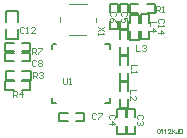
<source format=gbr>
G04 This is an RS-274x file exported by *
G04 gerbv version 2.6.0 *
G04 More information is available about gerbv at *
G04 http://gerbv.gpleda.org/ *
G04 --End of header info--*
%MOIN*%
%FSLAX34Y34*%
%IPPOS*%
G04 --Define apertures--*
%ADD10C,0.0080*%
%ADD11R,0.0315X0.0110*%
%ADD12R,0.0250X0.0200*%
%ADD13R,0.0200X0.0250*%
%ADD14R,0.0110X0.0315*%
%ADD15R,0.0300X0.0300*%
%ADD16R,0.0472X0.0433*%
%ADD17R,0.0984X0.0787*%
%ADD18C,0.0100*%
%ADD19C,0.0050*%
%ADD20C,0.0080*%
%ADD21C,0.0433*%
%ADD22C,0.0200*%
%ADD23O,0.0787X0.0394*%
%ADD24C,0.0043*%
%ADD25C,0.0040*%
%ADD26C,0.0040*%
%ADD27C,0.0040*%
%ADD28C,0.0030*%
G04 --Start main section--*
G54D19*
G01X0000090Y0002780D02*
G01X0000090Y0003060D01*
G01X0000930Y0002780D02*
G01X0000930Y0003060D01*
G01X0000090Y0002780D02*
G01X0000370Y0002780D01*
G01X0000090Y0003060D02*
G01X0000370Y0003060D01*
G01X0000650Y0003060D02*
G01X0000930Y0003060D01*
G01X0000650Y0002780D02*
G01X0000930Y0002780D01*
G01X0003910Y0003520D02*
G01X0004190Y0003520D01*
G01X0003910Y0004360D02*
G01X0004190Y0004360D01*
G01X0004190Y0003520D02*
G01X0004190Y0003800D01*
G01X0003910Y0003520D02*
G01X0003910Y0003800D01*
G01X0003910Y0004080D02*
G01X0003910Y0004360D01*
G01X0004190Y0004080D02*
G01X0004190Y0004360D01*
G01X0004600Y0003180D02*
G01X0004880Y0003180D01*
G01X0004600Y0004020D02*
G01X0004880Y0004020D01*
G01X0004880Y0003180D02*
G01X0004880Y0003460D01*
G01X0004600Y0003180D02*
G01X0004600Y0003460D01*
G01X0004600Y0003740D02*
G01X0004600Y0004020D01*
G01X0004880Y0003740D02*
G01X0004880Y0004020D01*
G01X0002730Y0000460D02*
G01X0002730Y0000740D01*
G01X0001890Y0000460D02*
G01X0001890Y0000740D01*
G01X0002450Y0000740D02*
G01X0002730Y0000740D01*
G01X0002450Y0000460D02*
G01X0002730Y0000460D01*
G01X0001890Y0000460D02*
G01X0002170Y0000460D01*
G01X0001890Y0000740D02*
G01X0002170Y0000740D01*
G01X0000120Y0003180D02*
G01X0000120Y0003530D01*
G01X0000520Y0003180D02*
G01X0000520Y0003530D01*
G01X0000520Y0003770D02*
G01X0000520Y0004120D01*
G01X0000120Y0003770D02*
G01X0000120Y0004120D01*
G01X0000120Y0003180D02*
G01X0000520Y0003180D01*
G01X0000120Y0004120D02*
G01X0000520Y0004120D01*
G01X0000100Y0001840D02*
G01X0000100Y0002120D01*
G01X0000940Y0001840D02*
G01X0000940Y0002120D01*
G01X0000100Y0001840D02*
G01X0000380Y0001840D01*
G01X0000100Y0002120D02*
G01X0000380Y0002120D01*
G01X0000660Y0002120D02*
G01X0000940Y0002120D01*
G01X0000660Y0001840D02*
G01X0000940Y0001840D01*
G01X0003910Y0003490D02*
G01X0004190Y0003490D01*
G01X0003910Y0002650D02*
G01X0004190Y0002650D01*
G01X0003910Y0003210D02*
G01X0003910Y0003490D01*
G01X0004190Y0003210D02*
G01X0004190Y0003490D01*
G01X0004190Y0002650D02*
G01X0004190Y0002930D01*
G01X0003910Y0002650D02*
G01X0003910Y0002930D01*
G01X0001648Y0001077D02*
G01X0001648Y0001227D01*
G01X0001648Y0001077D02*
G01X0001798Y0001077D01*
G01X0003578Y0002867D02*
G01X0003578Y0003017D01*
G01X0003428Y0003017D02*
G01X0003578Y0003017D01*
G01X0003428Y0001077D02*
G01X0003578Y0001077D01*
G01X0003578Y0001077D02*
G01X0003578Y0001226D01*
G01X0001648Y0002967D02*
G01X0001699Y0003017D01*
G01X0001648Y0002867D02*
G01X0001648Y0002967D01*
G01X0001698Y0003017D02*
G01X0001798Y0003017D01*
G01X0000650Y0002450D02*
G01X0000930Y0002450D01*
G01X0000650Y0002730D02*
G01X0000930Y0002730D01*
G01X0000090Y0002730D02*
G01X0000370Y0002730D01*
G01X0000090Y0002450D02*
G01X0000370Y0002450D01*
G01X0000930Y0002450D02*
G01X0000930Y0002730D01*
G01X0000090Y0002450D02*
G01X0000090Y0002730D01*
G01X0003830Y0000870D02*
G01X0004110Y0000870D01*
G01X0003830Y0000030D02*
G01X0004110Y0000030D01*
G01X0003830Y0000590D02*
G01X0003830Y0000870D01*
G01X0004110Y0000590D02*
G01X0004110Y0000870D01*
G01X0004110Y0000030D02*
G01X0004110Y0000310D01*
G01X0003830Y0000030D02*
G01X0003830Y0000310D01*
G01X0000650Y0001510D02*
G01X0000930Y0001510D01*
G01X0000650Y0001790D02*
G01X0000930Y0001790D01*
G01X0000090Y0001790D02*
G01X0000370Y0001790D01*
G01X0000090Y0001510D02*
G01X0000370Y0001510D01*
G01X0000930Y0001510D02*
G01X0000930Y0001790D01*
G01X0000090Y0001510D02*
G01X0000090Y0001790D01*
G01X0004140Y0000870D02*
G01X0004420Y0000870D01*
G01X0004140Y0000030D02*
G01X0004420Y0000030D01*
G01X0004140Y0000590D02*
G01X0004140Y0000870D01*
G01X0004420Y0000590D02*
G01X0004420Y0000870D01*
G01X0004420Y0000030D02*
G01X0004420Y0000310D01*
G01X0004140Y0000030D02*
G01X0004140Y0000310D01*
G01X0003910Y0001750D02*
G01X0004190Y0001750D01*
G01X0003910Y0000910D02*
G01X0004190Y0000910D01*
G01X0003910Y0001470D02*
G01X0003910Y0001750D01*
G01X0004190Y0001470D02*
G01X0004190Y0001750D01*
G01X0004190Y0000910D02*
G01X0004190Y0001190D01*
G01X0003910Y0000910D02*
G01X0003910Y0001190D01*
G01X0003580Y0003520D02*
G01X0003860Y0003520D01*
G01X0003580Y0004360D02*
G01X0003860Y0004360D01*
G01X0003860Y0003520D02*
G01X0003860Y0003800D01*
G01X0003580Y0003520D02*
G01X0003580Y0003800D01*
G01X0003580Y0004080D02*
G01X0003580Y0004360D01*
G01X0003860Y0004080D02*
G01X0003860Y0004360D01*
G01X0003910Y0001780D02*
G01X0004190Y0001780D01*
G01X0003910Y0002620D02*
G01X0004190Y0002620D01*
G01X0004190Y0001780D02*
G01X0004190Y0002060D01*
G01X0003910Y0001780D02*
G01X0003910Y0002060D01*
G01X0003910Y0002340D02*
G01X0003910Y0002620D01*
G01X0004190Y0002340D02*
G01X0004190Y0002620D01*
G01X0004260Y0004010D02*
G01X0004540Y0004010D01*
G01X0004260Y0003170D02*
G01X0004540Y0003170D01*
G01X0004260Y0003730D02*
G01X0004260Y0004010D01*
G01X0004540Y0003730D02*
G01X0004540Y0004010D01*
G01X0004540Y0003170D02*
G01X0004540Y0003450D01*
G01X0004260Y0003170D02*
G01X0004260Y0003450D01*
G01X0004240Y0004350D02*
G01X0004520Y0004350D01*
G01X0004240Y0004070D02*
G01X0004520Y0004070D01*
G01X0004800Y0004070D02*
G01X0005080Y0004070D01*
G01X0004800Y0004350D02*
G01X0005080Y0004350D01*
G01X0004240Y0004070D02*
G01X0004240Y0004350D01*
G01X0005080Y0004070D02*
G01X0005080Y0004350D01*
G54D24*
G01X0003118Y0003771D02*
G01X0003118Y0003909D01*
G01X0002213Y0004362D02*
G01X0002803Y0004362D01*
G01X0001908Y0003771D02*
G01X0001908Y0003917D01*
G01X0002213Y0003318D02*
G01X0002799Y0003318D01*
G54D25*
G01X0005347Y0003717D02*
G01X0005380Y0003750D01*
G01X0005380Y0003750D02*
G01X0005380Y0003817D01*
G01X0005380Y0003817D02*
G01X0005347Y0003850D01*
G01X0005347Y0003850D02*
G01X0005213Y0003850D01*
G01X0005213Y0003850D02*
G01X0005180Y0003817D01*
G01X0005180Y0003817D02*
G01X0005180Y0003750D01*
G01X0005180Y0003750D02*
G01X0005213Y0003717D01*
G01X0005180Y0003650D02*
G01X0005180Y0003583D01*
G01X0005180Y0003583D02*
G01X0005180Y0003617D01*
G01X0005180Y0003617D02*
G01X0005380Y0003617D01*
G01X0005380Y0003617D02*
G01X0005347Y0003650D01*
G01X0005180Y0003383D02*
G01X0005380Y0003383D01*
G01X0005380Y0003383D02*
G01X0005280Y0003483D01*
G01X0005280Y0003483D02*
G01X0005280Y0003350D01*
G01X0003113Y0000687D02*
G01X0003080Y0000720D01*
G01X0003080Y0000720D02*
G01X0003013Y0000720D01*
G01X0003013Y0000720D02*
G01X0002980Y0000687D01*
G01X0002980Y0000687D02*
G01X0002980Y0000553D01*
G01X0002980Y0000553D02*
G01X0003013Y0000520D01*
G01X0003013Y0000520D02*
G01X0003080Y0000520D01*
G01X0003080Y0000520D02*
G01X0003113Y0000553D01*
G01X0003180Y0000720D02*
G01X0003313Y0000720D01*
G01X0003313Y0000720D02*
G01X0003313Y0000687D01*
G01X0003313Y0000687D02*
G01X0003180Y0000553D01*
G01X0003180Y0000553D02*
G01X0003180Y0000520D01*
G01X0001103Y0002333D02*
G01X0001070Y0002300D01*
G01X0001070Y0002300D02*
G01X0001003Y0002300D01*
G01X0001003Y0002300D02*
G01X0000970Y0002333D01*
G01X0000970Y0002333D02*
G01X0000970Y0002467D01*
G01X0000970Y0002467D02*
G01X0001003Y0002500D01*
G01X0001003Y0002500D02*
G01X0001070Y0002500D01*
G01X0001070Y0002500D02*
G01X0001103Y0002467D01*
G01X0001170Y0002333D02*
G01X0001203Y0002300D01*
G01X0001203Y0002300D02*
G01X0001270Y0002300D01*
G01X0001270Y0002300D02*
G01X0001303Y0002333D01*
G01X0001303Y0002333D02*
G01X0001303Y0002367D01*
G01X0001303Y0002367D02*
G01X0001270Y0002400D01*
G01X0001270Y0002400D02*
G01X0001303Y0002433D01*
G01X0001303Y0002433D02*
G01X0001303Y0002467D01*
G01X0001303Y0002467D02*
G01X0001270Y0002500D01*
G01X0001270Y0002500D02*
G01X0001203Y0002500D01*
G01X0001203Y0002500D02*
G01X0001170Y0002467D01*
G01X0001170Y0002467D02*
G01X0001170Y0002433D01*
G01X0001170Y0002433D02*
G01X0001203Y0002400D01*
G01X0001203Y0002400D02*
G01X0001170Y0002367D01*
G01X0001170Y0002367D02*
G01X0001170Y0002333D01*
G01X0001203Y0002400D02*
G01X0001270Y0002400D01*
G01X0004440Y0002990D02*
G01X0004440Y0002790D01*
G01X0004440Y0002790D02*
G01X0004573Y0002790D01*
G01X0004640Y0002957D02*
G01X0004673Y0002990D01*
G01X0004673Y0002990D02*
G01X0004740Y0002990D01*
G01X0004740Y0002990D02*
G01X0004773Y0002957D01*
G01X0004773Y0002957D02*
G01X0004773Y0002923D01*
G01X0004773Y0002923D02*
G01X0004740Y0002890D01*
G01X0004740Y0002890D02*
G01X0004707Y0002890D01*
G01X0004707Y0002890D02*
G01X0004740Y0002890D01*
G01X0004740Y0002890D02*
G01X0004773Y0002857D01*
G01X0004773Y0002857D02*
G01X0004773Y0002823D01*
G01X0004773Y0002823D02*
G01X0004740Y0002790D01*
G01X0004740Y0002790D02*
G01X0004673Y0002790D01*
G01X0004673Y0002790D02*
G01X0004640Y0002823D01*
G01X0004657Y0000517D02*
G01X0004690Y0000550D01*
G01X0004690Y0000550D02*
G01X0004690Y0000617D01*
G01X0004690Y0000617D02*
G01X0004657Y0000650D01*
G01X0004657Y0000650D02*
G01X0004523Y0000650D01*
G01X0004523Y0000650D02*
G01X0004490Y0000617D01*
G01X0004490Y0000617D02*
G01X0004490Y0000550D01*
G01X0004490Y0000550D02*
G01X0004523Y0000517D01*
G01X0004657Y0000450D02*
G01X0004690Y0000417D01*
G01X0004690Y0000417D02*
G01X0004690Y0000350D01*
G01X0004690Y0000350D02*
G01X0004657Y0000317D01*
G01X0004657Y0000317D02*
G01X0004623Y0000317D01*
G01X0004623Y0000317D02*
G01X0004590Y0000350D01*
G01X0004590Y0000350D02*
G01X0004590Y0000383D01*
G01X0004590Y0000383D02*
G01X0004590Y0000350D01*
G01X0004590Y0000350D02*
G01X0004557Y0000317D01*
G01X0004557Y0000317D02*
G01X0004523Y0000317D01*
G01X0004523Y0000317D02*
G01X0004490Y0000350D01*
G01X0004490Y0000350D02*
G01X0004490Y0000417D01*
G01X0004490Y0000417D02*
G01X0004523Y0000450D01*
G01X0003707Y0000517D02*
G01X0003740Y0000550D01*
G01X0003740Y0000550D02*
G01X0003740Y0000617D01*
G01X0003740Y0000617D02*
G01X0003707Y0000650D01*
G01X0003707Y0000650D02*
G01X0003573Y0000650D01*
G01X0003573Y0000650D02*
G01X0003540Y0000617D01*
G01X0003540Y0000617D02*
G01X0003540Y0000550D01*
G01X0003540Y0000550D02*
G01X0003573Y0000517D01*
G01X0003540Y0000350D02*
G01X0003740Y0000350D01*
G01X0003740Y0000350D02*
G01X0003640Y0000450D01*
G01X0003640Y0000450D02*
G01X0003640Y0000317D01*
G01X0004127Y0003977D02*
G01X0004160Y0004010D01*
G01X0004160Y0004010D02*
G01X0004160Y0004077D01*
G01X0004160Y0004077D02*
G01X0004127Y0004110D01*
G01X0004127Y0004110D02*
G01X0003993Y0004110D01*
G01X0003993Y0004110D02*
G01X0003960Y0004077D01*
G01X0003960Y0004077D02*
G01X0003960Y0004010D01*
G01X0003960Y0004010D02*
G01X0003993Y0003977D01*
G01X0004160Y0003777D02*
G01X0004160Y0003910D01*
G01X0004160Y0003910D02*
G01X0004060Y0003910D01*
G01X0004060Y0003910D02*
G01X0004093Y0003843D01*
G01X0004093Y0003843D02*
G01X0004093Y0003810D01*
G01X0004093Y0003810D02*
G01X0004060Y0003777D01*
G01X0004060Y0003777D02*
G01X0003993Y0003777D01*
G01X0003993Y0003777D02*
G01X0003960Y0003810D01*
G01X0003960Y0003810D02*
G01X0003960Y0003877D01*
G01X0003960Y0003877D02*
G01X0003993Y0003910D01*
G01X0003757Y0003977D02*
G01X0003790Y0004010D01*
G01X0003790Y0004010D02*
G01X0003790Y0004077D01*
G01X0003790Y0004077D02*
G01X0003757Y0004110D01*
G01X0003757Y0004110D02*
G01X0003623Y0004110D01*
G01X0003623Y0004110D02*
G01X0003590Y0004077D01*
G01X0003590Y0004077D02*
G01X0003590Y0004010D01*
G01X0003590Y0004010D02*
G01X0003623Y0003977D01*
G01X0003790Y0003777D02*
G01X0003757Y0003843D01*
G01X0003757Y0003843D02*
G01X0003690Y0003910D01*
G01X0003690Y0003910D02*
G01X0003623Y0003910D01*
G01X0003623Y0003910D02*
G01X0003590Y0003877D01*
G01X0003590Y0003877D02*
G01X0003590Y0003810D01*
G01X0003590Y0003810D02*
G01X0003623Y0003777D01*
G01X0003623Y0003777D02*
G01X0003657Y0003777D01*
G01X0003657Y0003777D02*
G01X0003690Y0003810D01*
G01X0003690Y0003810D02*
G01X0003690Y0003910D01*
G01X0004470Y0002330D02*
G01X0004270Y0002330D01*
G01X0004270Y0002330D02*
G01X0004270Y0002197D01*
G01X0004270Y0002130D02*
G01X0004270Y0002063D01*
G01X0004270Y0002063D02*
G01X0004270Y0002097D01*
G01X0004270Y0002097D02*
G01X0004470Y0002097D01*
G01X0004470Y0002097D02*
G01X0004437Y0002130D01*
G01X0004450Y0001500D02*
G01X0004250Y0001500D01*
G01X0004250Y0001500D02*
G01X0004250Y0001367D01*
G01X0004250Y0001167D02*
G01X0004250Y0001300D01*
G01X0004250Y0001300D02*
G01X0004383Y0001167D01*
G01X0004383Y0001167D02*
G01X0004417Y0001167D01*
G01X0004417Y0001167D02*
G01X0004450Y0001200D01*
G01X0004450Y0001200D02*
G01X0004450Y0001267D01*
G01X0004450Y0001267D02*
G01X0004417Y0001300D01*
G01X0002020Y0001880D02*
G01X0002020Y0001713D01*
G01X0002020Y0001713D02*
G01X0002053Y0001680D01*
G01X0002053Y0001680D02*
G01X0002120Y0001680D01*
G01X0002120Y0001680D02*
G01X0002153Y0001713D01*
G01X0002153Y0001713D02*
G01X0002153Y0001880D01*
G01X0002220Y0001680D02*
G01X0002287Y0001680D01*
G01X0002287Y0001680D02*
G01X0002253Y0001680D01*
G01X0002253Y0001680D02*
G01X0002253Y0001880D01*
G01X0002253Y0001880D02*
G01X0002220Y0001847D01*
G01X0005130Y0003760D02*
G01X0004930Y0003760D01*
G01X0004930Y0003760D02*
G01X0004930Y0003627D01*
G01X0004930Y0003460D02*
G01X0005130Y0003460D01*
G01X0005130Y0003460D02*
G01X0005030Y0003560D01*
G01X0005030Y0003560D02*
G01X0005030Y0003427D01*
G01X0005130Y0004110D02*
G01X0005130Y0004310D01*
G01X0005130Y0004310D02*
G01X0005230Y0004310D01*
G01X0005230Y0004310D02*
G01X0005263Y0004277D01*
G01X0005263Y0004277D02*
G01X0005263Y0004210D01*
G01X0005263Y0004210D02*
G01X0005230Y0004177D01*
G01X0005230Y0004177D02*
G01X0005130Y0004177D01*
G01X0005197Y0004177D02*
G01X0005263Y0004110D01*
G01X0005330Y0004110D02*
G01X0005397Y0004110D01*
G01X0005397Y0004110D02*
G01X0005363Y0004110D01*
G01X0005363Y0004110D02*
G01X0005363Y0004310D01*
G01X0005363Y0004310D02*
G01X0005330Y0004277D01*
G54D26*
G01X0000990Y0002700D02*
G01X0000990Y0002900D01*
G01X0000990Y0002900D02*
G01X0001090Y0002900D01*
G01X0001090Y0002900D02*
G01X0001123Y0002867D01*
G01X0001123Y0002867D02*
G01X0001123Y0002800D01*
G01X0001123Y0002800D02*
G01X0001090Y0002767D01*
G01X0001090Y0002767D02*
G01X0000990Y0002767D01*
G01X0001057Y0002767D02*
G01X0001123Y0002700D01*
G01X0001190Y0002900D02*
G01X0001323Y0002900D01*
G01X0001323Y0002900D02*
G01X0001323Y0002867D01*
G01X0001323Y0002867D02*
G01X0001190Y0002733D01*
G01X0001190Y0002733D02*
G01X0001190Y0002700D01*
G01X0000723Y0003547D02*
G01X0000690Y0003580D01*
G01X0000690Y0003580D02*
G01X0000623Y0003580D01*
G01X0000623Y0003580D02*
G01X0000590Y0003547D01*
G01X0000590Y0003547D02*
G01X0000590Y0003413D01*
G01X0000590Y0003413D02*
G01X0000623Y0003380D01*
G01X0000623Y0003380D02*
G01X0000690Y0003380D01*
G01X0000690Y0003380D02*
G01X0000723Y0003413D01*
G01X0000790Y0003380D02*
G01X0000857Y0003380D01*
G01X0000857Y0003380D02*
G01X0000823Y0003380D01*
G01X0000823Y0003380D02*
G01X0000823Y0003580D01*
G01X0000823Y0003580D02*
G01X0000790Y0003547D01*
G01X0001090Y0003380D02*
G01X0000957Y0003380D01*
G01X0000957Y0003380D02*
G01X0001090Y0003513D01*
G01X0001090Y0003513D02*
G01X0001090Y0003547D01*
G01X0001090Y0003547D02*
G01X0001057Y0003580D01*
G01X0001057Y0003580D02*
G01X0000990Y0003580D01*
G01X0000990Y0003580D02*
G01X0000957Y0003547D01*
G01X0003369Y0003600D02*
G01X0003169Y0003467D01*
G01X0003369Y0003467D02*
G01X0003169Y0003600D01*
G01X0003169Y0003400D02*
G01X0003169Y0003333D01*
G01X0003169Y0003333D02*
G01X0003169Y0003367D01*
G01X0003169Y0003367D02*
G01X0003369Y0003367D01*
G01X0003369Y0003367D02*
G01X0003335Y0003400D01*
G54D27*
G01X0001010Y0001890D02*
G01X0001010Y0002090D01*
G01X0001010Y0002090D02*
G01X0001110Y0002090D01*
G01X0001110Y0002090D02*
G01X0001143Y0002057D01*
G01X0001143Y0002057D02*
G01X0001143Y0001990D01*
G01X0001143Y0001990D02*
G01X0001110Y0001957D01*
G01X0001110Y0001957D02*
G01X0001010Y0001957D01*
G01X0001077Y0001957D02*
G01X0001143Y0001890D01*
G01X0001210Y0002057D02*
G01X0001243Y0002090D01*
G01X0001243Y0002090D02*
G01X0001310Y0002090D01*
G01X0001310Y0002090D02*
G01X0001343Y0002057D01*
G01X0001343Y0002057D02*
G01X0001343Y0002023D01*
G01X0001343Y0002023D02*
G01X0001310Y0001990D01*
G01X0001310Y0001990D02*
G01X0001277Y0001990D01*
G01X0001277Y0001990D02*
G01X0001310Y0001990D01*
G01X0001310Y0001990D02*
G01X0001343Y0001957D01*
G01X0001343Y0001957D02*
G01X0001343Y0001923D01*
G01X0001343Y0001923D02*
G01X0001310Y0001890D01*
G01X0001310Y0001890D02*
G01X0001243Y0001890D01*
G01X0001243Y0001890D02*
G01X0001210Y0001923D01*
G01X0000360Y0001270D02*
G01X0000360Y0001470D01*
G01X0000360Y0001470D02*
G01X0000460Y0001470D01*
G01X0000460Y0001470D02*
G01X0000493Y0001437D01*
G01X0000493Y0001437D02*
G01X0000493Y0001370D01*
G01X0000493Y0001370D02*
G01X0000460Y0001337D01*
G01X0000460Y0001337D02*
G01X0000360Y0001337D01*
G01X0000427Y0001337D02*
G01X0000493Y0001270D01*
G01X0000660Y0001270D02*
G01X0000660Y0001470D01*
G01X0000660Y0001470D02*
G01X0000560Y0001370D01*
G01X0000560Y0001370D02*
G01X0000693Y0001370D01*
G54D28*
G01X0005193Y0000200D02*
G01X0005171Y0000193D01*
G01X0005171Y0000193D02*
G01X0005157Y0000171D01*
G01X0005157Y0000171D02*
G01X0005150Y0000136D01*
G01X0005150Y0000136D02*
G01X0005150Y0000114D01*
G01X0005150Y0000114D02*
G01X0005157Y0000079D01*
G01X0005157Y0000079D02*
G01X0005171Y0000057D01*
G01X0005171Y0000057D02*
G01X0005193Y0000050D01*
G01X0005193Y0000050D02*
G01X0005207Y0000050D01*
G01X0005207Y0000050D02*
G01X0005229Y0000057D01*
G01X0005229Y0000057D02*
G01X0005243Y0000079D01*
G01X0005243Y0000079D02*
G01X0005250Y0000114D01*
G01X0005250Y0000114D02*
G01X0005250Y0000136D01*
G01X0005250Y0000136D02*
G01X0005243Y0000171D01*
G01X0005243Y0000171D02*
G01X0005229Y0000193D01*
G01X0005229Y0000193D02*
G01X0005207Y0000200D01*
G01X0005207Y0000200D02*
G01X0005193Y0000200D01*
G01X0005284Y0000171D02*
G01X0005298Y0000179D01*
G01X0005298Y0000179D02*
G01X0005319Y0000200D01*
G01X0005319Y0000200D02*
G01X0005319Y0000050D01*
G01X0005394Y0000171D02*
G01X0005408Y0000179D01*
G01X0005408Y0000179D02*
G01X0005429Y0000200D01*
G01X0005429Y0000200D02*
G01X0005429Y0000050D01*
G01X0005511Y0000164D02*
G01X0005511Y0000171D01*
G01X0005511Y0000171D02*
G01X0005518Y0000186D01*
G01X0005518Y0000186D02*
G01X0005525Y0000193D01*
G01X0005525Y0000193D02*
G01X0005539Y0000200D01*
G01X0005539Y0000200D02*
G01X0005568Y0000200D01*
G01X0005568Y0000200D02*
G01X0005582Y0000193D01*
G01X0005582Y0000193D02*
G01X0005589Y0000186D01*
G01X0005589Y0000186D02*
G01X0005596Y0000171D01*
G01X0005596Y0000171D02*
G01X0005596Y0000157D01*
G01X0005596Y0000157D02*
G01X0005589Y0000143D01*
G01X0005589Y0000143D02*
G01X0005575Y0000121D01*
G01X0005575Y0000121D02*
G01X0005504Y0000050D01*
G01X0005504Y0000050D02*
G01X0005603Y0000050D01*
G01X0005637Y0000200D02*
G01X0005637Y0000050D01*
G01X0005737Y0000200D02*
G01X0005637Y0000100D01*
G01X0005673Y0000136D02*
G01X0005737Y0000050D01*
G01X0005842Y0000200D02*
G01X0005842Y0000086D01*
G01X0005842Y0000086D02*
G01X0005835Y0000064D01*
G01X0005835Y0000064D02*
G01X0005828Y0000057D01*
G01X0005828Y0000057D02*
G01X0005813Y0000050D01*
G01X0005813Y0000050D02*
G01X0005799Y0000050D01*
G01X0005799Y0000050D02*
G01X0005785Y0000057D01*
G01X0005785Y0000057D02*
G01X0005778Y0000064D01*
G01X0005778Y0000064D02*
G01X0005771Y0000086D01*
G01X0005771Y0000086D02*
G01X0005771Y0000100D01*
G01X0005923Y0000200D02*
G01X0005909Y0000193D01*
G01X0005909Y0000193D02*
G01X0005895Y0000179D01*
G01X0005895Y0000179D02*
G01X0005888Y0000164D01*
G01X0005888Y0000164D02*
G01X0005881Y0000143D01*
G01X0005881Y0000143D02*
G01X0005881Y0000107D01*
G01X0005881Y0000107D02*
G01X0005888Y0000086D01*
G01X0005888Y0000086D02*
G01X0005895Y0000071D01*
G01X0005895Y0000071D02*
G01X0005909Y0000057D01*
G01X0005909Y0000057D02*
G01X0005923Y0000050D01*
G01X0005923Y0000050D02*
G01X0005952Y0000050D01*
G01X0005952Y0000050D02*
G01X0005966Y0000057D01*
G01X0005966Y0000057D02*
G01X0005981Y0000071D01*
G01X0005981Y0000071D02*
G01X0005988Y0000086D01*
G01X0005988Y0000086D02*
G01X0005995Y0000107D01*
G01X0005995Y0000107D02*
G01X0005995Y0000143D01*
G01X0005995Y0000143D02*
G01X0005988Y0000164D01*
G01X0005988Y0000164D02*
G01X0005981Y0000179D01*
G01X0005981Y0000179D02*
G01X0005966Y0000193D01*
G01X0005966Y0000193D02*
G01X0005952Y0000200D01*
G01X0005952Y0000200D02*
G01X0005923Y0000200D01*
M02*

</source>
